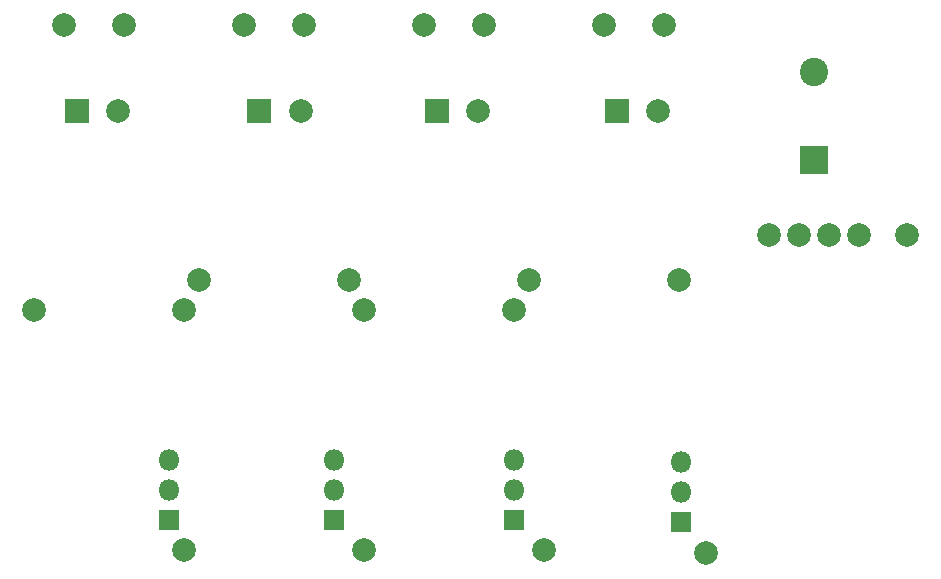
<source format=gbr>
G04 #@! TF.GenerationSoftware,KiCad,Pcbnew,5.0.2-bee76a0~70~ubuntu18.04.1*
G04 #@! TF.CreationDate,2019-06-23T21:36:11+02:00*
G04 #@! TF.ProjectId,smpsu,736d7073-752e-46b6-9963-61645f706362,rev?*
G04 #@! TF.SameCoordinates,Original*
G04 #@! TF.FileFunction,Copper,L2,Bot*
G04 #@! TF.FilePolarity,Positive*
%FSLAX46Y46*%
G04 Gerber Fmt 4.6, Leading zero omitted, Abs format (unit mm)*
G04 Created by KiCad (PCBNEW 5.0.2-bee76a0~70~ubuntu18.04.1) date sön 23 jun 2019 21:36:11*
%MOMM*%
%LPD*%
G01*
G04 APERTURE LIST*
G04 #@! TA.AperFunction,ComponentPad*
%ADD10C,2.400000*%
G04 #@! TD*
G04 #@! TA.AperFunction,ComponentPad*
%ADD11R,2.400000X2.400000*%
G04 #@! TD*
G04 #@! TA.AperFunction,ComponentPad*
%ADD12C,2.000000*%
G04 #@! TD*
G04 #@! TA.AperFunction,ComponentPad*
%ADD13R,2.000000X2.000000*%
G04 #@! TD*
G04 #@! TA.AperFunction,ComponentPad*
%ADD14O,1.800000X1.800000*%
G04 #@! TD*
G04 #@! TA.AperFunction,ComponentPad*
%ADD15R,1.800000X1.800000*%
G04 #@! TD*
G04 #@! TA.AperFunction,ComponentPad*
%ADD16C,1.998980*%
G04 #@! TD*
G04 APERTURE END LIST*
D10*
G04 #@! TO.P,C1,2*
G04 #@! TO.N,GND*
X148590000Y-76320000D03*
D11*
G04 #@! TO.P,C1,1*
G04 #@! TO.N,/Vin*
X148590000Y-83820000D03*
G04 #@! TD*
D12*
G04 #@! TO.P,C4,2*
G04 #@! TO.N,GND*
X105100000Y-79628003D03*
D13*
G04 #@! TO.P,C4,1*
G04 #@! TO.N,Net-(C3-Pad1)*
X101600000Y-79628003D03*
G04 #@! TD*
G04 #@! TO.P,C7,1*
G04 #@! TO.N,Net-(C6-Pad1)*
X86183555Y-79628003D03*
D12*
G04 #@! TO.P,C7,2*
G04 #@! TO.N,GND*
X89683555Y-79628003D03*
G04 #@! TD*
G04 #@! TO.P,C10,2*
G04 #@! TO.N,GND*
X120163555Y-79628003D03*
D13*
G04 #@! TO.P,C10,1*
G04 #@! TO.N,Net-(C10-Pad1)*
X116663555Y-79628003D03*
G04 #@! TD*
G04 #@! TO.P,C13,1*
G04 #@! TO.N,Net-(C12-Pad1)*
X131903555Y-79628003D03*
D12*
G04 #@! TO.P,C13,2*
G04 #@! TO.N,GND*
X135403555Y-79628003D03*
G04 #@! TD*
D14*
G04 #@! TO.P,D1,3*
G04 #@! TO.N,GND*
X93980000Y-109220000D03*
G04 #@! TO.P,D1,2*
G04 #@! TO.N,Net-(D1-Pad2)*
X93980000Y-111760000D03*
D15*
G04 #@! TO.P,D1,1*
G04 #@! TO.N,Net-(D1-Pad1)*
X93980000Y-114300000D03*
G04 #@! TD*
G04 #@! TO.P,D2,1*
G04 #@! TO.N,Net-(D2-Pad1)*
X137287000Y-114427000D03*
D14*
G04 #@! TO.P,D2,2*
G04 #@! TO.N,Net-(D2-Pad2)*
X137287000Y-111887000D03*
G04 #@! TO.P,D2,3*
G04 #@! TO.N,GND*
X137287000Y-109347000D03*
G04 #@! TD*
D15*
G04 #@! TO.P,D3,1*
G04 #@! TO.N,Net-(D3-Pad1)*
X123190000Y-114300000D03*
D14*
G04 #@! TO.P,D3,2*
G04 #@! TO.N,Net-(D3-Pad2)*
X123190000Y-111760000D03*
G04 #@! TO.P,D3,3*
G04 #@! TO.N,GND*
X123190000Y-109220000D03*
G04 #@! TD*
G04 #@! TO.P,D4,3*
G04 #@! TO.N,GND*
X107950000Y-109220000D03*
G04 #@! TO.P,D4,2*
G04 #@! TO.N,Net-(D4-Pad2)*
X107950000Y-111760000D03*
D15*
G04 #@! TO.P,D4,1*
G04 #@! TO.N,Net-(D4-Pad1)*
X107950000Y-114300000D03*
G04 #@! TD*
D16*
G04 #@! TO.P,L1,2*
G04 #@! TO.N,Net-(D4-Pad2)*
X109220000Y-93980000D03*
G04 #@! TO.P,L1,1*
G04 #@! TO.N,Net-(C3-Pad1)*
X96520000Y-93980000D03*
G04 #@! TD*
G04 #@! TO.P,L2,1*
G04 #@! TO.N,Net-(C6-Pad1)*
X82550000Y-96520000D03*
G04 #@! TO.P,L2,2*
G04 #@! TO.N,Net-(D1-Pad2)*
X95250000Y-96520000D03*
G04 #@! TD*
G04 #@! TO.P,L3,1*
G04 #@! TO.N,Net-(C10-Pad1)*
X110490000Y-96520000D03*
G04 #@! TO.P,L3,2*
G04 #@! TO.N,Net-(D3-Pad2)*
X123190000Y-96520000D03*
G04 #@! TD*
G04 #@! TO.P,L4,2*
G04 #@! TO.N,Net-(D2-Pad2)*
X137160000Y-93980000D03*
G04 #@! TO.P,L4,1*
G04 #@! TO.N,Net-(C12-Pad1)*
X124460000Y-93980000D03*
G04 #@! TD*
G04 #@! TO.P,J1,1*
G04 #@! TO.N,Net-(C6-Pad1)*
X85090000Y-72390000D03*
G04 #@! TD*
G04 #@! TO.P,J2,1*
G04 #@! TO.N,GND*
X120650000Y-72390000D03*
G04 #@! TD*
G04 #@! TO.P,J3,1*
G04 #@! TO.N,Net-(C10-Pad1)*
X115570000Y-72390000D03*
G04 #@! TD*
G04 #@! TO.P,J4,1*
G04 #@! TO.N,GND*
X135890000Y-72390000D03*
G04 #@! TD*
G04 #@! TO.P,J5,1*
G04 #@! TO.N,Net-(C12-Pad1)*
X130810000Y-72390000D03*
G04 #@! TD*
G04 #@! TO.P,J6,1*
G04 #@! TO.N,GND*
X90170000Y-72390000D03*
G04 #@! TD*
G04 #@! TO.P,J7,1*
G04 #@! TO.N,Net-(C3-Pad1)*
X100330000Y-72390000D03*
G04 #@! TD*
G04 #@! TO.P,J8,1*
G04 #@! TO.N,GND*
X105410000Y-72390000D03*
G04 #@! TD*
G04 #@! TO.P,J9,1*
G04 #@! TO.N,Net-(C5-Pad1)*
X95250000Y-116840000D03*
G04 #@! TD*
G04 #@! TO.P,J10,1*
G04 #@! TO.N,Net-(C8-Pad1)*
X125730000Y-116840000D03*
G04 #@! TD*
G04 #@! TO.P,J11,1*
G04 #@! TO.N,Net-(C11-Pad1)*
X139446000Y-117094000D03*
G04 #@! TD*
G04 #@! TO.P,J12,1*
G04 #@! TO.N,/Vin*
X147320000Y-90170000D03*
G04 #@! TD*
G04 #@! TO.P,J13,1*
G04 #@! TO.N,/Vin*
X152400000Y-90170000D03*
G04 #@! TD*
G04 #@! TO.P,J14,1*
G04 #@! TO.N,/Vin*
X144780000Y-90170000D03*
G04 #@! TD*
G04 #@! TO.P,J15,1*
G04 #@! TO.N,/Vin*
X149860000Y-90170000D03*
G04 #@! TD*
G04 #@! TO.P,J16,1*
G04 #@! TO.N,/Vin*
X156464000Y-90170000D03*
G04 #@! TD*
G04 #@! TO.P,J17,1*
G04 #@! TO.N,Net-(C2-Pad1)*
X110490000Y-116840000D03*
G04 #@! TD*
M02*

</source>
